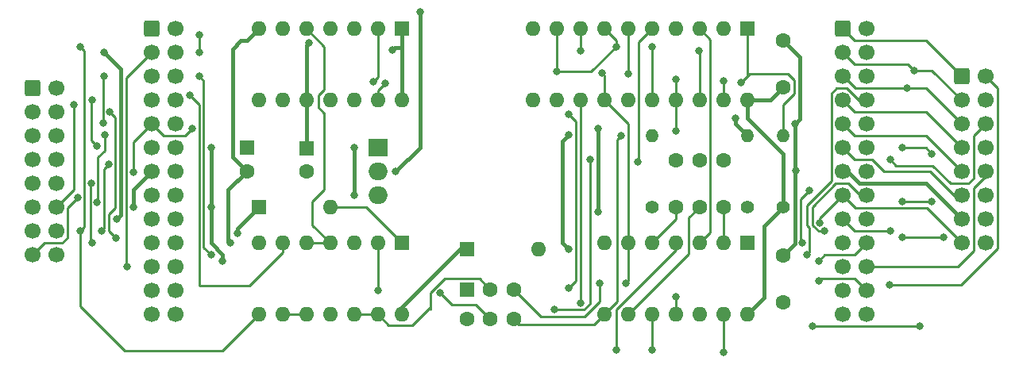
<source format=gbr>
%TF.GenerationSoftware,KiCad,Pcbnew,7.0.8-7.0.8~ubuntu23.04.1*%
%TF.CreationDate,2023-10-12T07:19:43+02:00*%
%TF.ProjectId,databoard_5048,64617461-626f-4617-9264-5f353034382e,rev?*%
%TF.SameCoordinates,Original*%
%TF.FileFunction,Copper,L1,Top*%
%TF.FilePolarity,Positive*%
%FSLAX46Y46*%
G04 Gerber Fmt 4.6, Leading zero omitted, Abs format (unit mm)*
G04 Created by KiCad (PCBNEW 7.0.8-7.0.8~ubuntu23.04.1) date 2023-10-12 07:19:43*
%MOMM*%
%LPD*%
G01*
G04 APERTURE LIST*
G04 Aperture macros list*
%AMRoundRect*
0 Rectangle with rounded corners*
0 $1 Rounding radius*
0 $2 $3 $4 $5 $6 $7 $8 $9 X,Y pos of 4 corners*
0 Add a 4 corners polygon primitive as box body*
4,1,4,$2,$3,$4,$5,$6,$7,$8,$9,$2,$3,0*
0 Add four circle primitives for the rounded corners*
1,1,$1+$1,$2,$3*
1,1,$1+$1,$4,$5*
1,1,$1+$1,$6,$7*
1,1,$1+$1,$8,$9*
0 Add four rect primitives between the rounded corners*
20,1,$1+$1,$2,$3,$4,$5,0*
20,1,$1+$1,$4,$5,$6,$7,0*
20,1,$1+$1,$6,$7,$8,$9,0*
20,1,$1+$1,$8,$9,$2,$3,0*%
G04 Aperture macros list end*
%TA.AperFunction,ComponentPad*%
%ADD10R,1.600000X1.600000*%
%TD*%
%TA.AperFunction,ComponentPad*%
%ADD11C,1.600000*%
%TD*%
%TA.AperFunction,ComponentPad*%
%ADD12R,2.000000X1.905000*%
%TD*%
%TA.AperFunction,ComponentPad*%
%ADD13O,2.000000X1.905000*%
%TD*%
%TA.AperFunction,ComponentPad*%
%ADD14O,1.600000X1.600000*%
%TD*%
%TA.AperFunction,ComponentPad*%
%ADD15C,1.400000*%
%TD*%
%TA.AperFunction,ComponentPad*%
%ADD16O,1.400000X1.400000*%
%TD*%
%TA.AperFunction,ComponentPad*%
%ADD17RoundRect,0.250000X-0.600000X-0.600000X0.600000X-0.600000X0.600000X0.600000X-0.600000X0.600000X0*%
%TD*%
%TA.AperFunction,ComponentPad*%
%ADD18C,1.700000*%
%TD*%
%TA.AperFunction,ViaPad*%
%ADD19C,0.800000*%
%TD*%
%TA.AperFunction,Conductor*%
%ADD20C,0.250000*%
%TD*%
%TA.AperFunction,Conductor*%
%ADD21C,0.400000*%
%TD*%
G04 APERTURE END LIST*
D10*
%TO.P,C1,1*%
%TO.N,+12V*%
X71120000Y-83820000D03*
D11*
%TO.P,C1,2*%
%TO.N,GND*%
X71120000Y-86320000D03*
%TD*%
D12*
%TO.P,U1,1,IN*%
%TO.N,+12V*%
X85090000Y-83820000D03*
D13*
%TO.P,U1,2,GND*%
%TO.N,GND*%
X85090000Y-86360000D03*
%TO.P,U1,3,OUT*%
%TO.N,+5V*%
X85090000Y-88900000D03*
%TD*%
D10*
%TO.P,U5,1,~{CLR}*%
%TO.N,Net-(U5A-~{CLR})*%
X124460000Y-71120000D03*
D14*
%TO.P,U5,2,J*%
%TO.N,Net-(U5A-J)*%
X121920000Y-71120000D03*
%TO.P,U5,3,C*%
%TO.N,Net-(U3A-OUT)*%
X119380000Y-71120000D03*
%TO.P,U5,4,K*%
%TO.N,Net-(U5A-J)*%
X116840000Y-71120000D03*
%TO.P,U5,5,Q*%
%TO.N,Net-(SW1B-A)*%
X114300000Y-71120000D03*
%TO.P,U5,6,Q*%
%TO.N,Net-(U5B-Q)*%
X111760000Y-71120000D03*
%TO.P,U5,7,K*%
%TO.N,Net-(U5B-J)*%
X109220000Y-71120000D03*
%TO.P,U5,8,C*%
%TO.N,Net-(U5B-C)*%
X106680000Y-71120000D03*
%TO.P,U5,9,J*%
%TO.N,Net-(U5B-J)*%
X104140000Y-71120000D03*
%TO.P,U5,10,GND*%
%TO.N,GND*%
X101600000Y-71120000D03*
%TO.P,U5,11,~{PRE}*%
%TO.N,Net-(U5A-~{CLR})*%
X101600000Y-78740000D03*
%TO.P,U5,12,J*%
%TO.N,Net-(U5C-J)*%
X104140000Y-78740000D03*
%TO.P,U5,13,C*%
%TO.N,Net-(U3D-OUT)*%
X106680000Y-78740000D03*
%TO.P,U5,14,K*%
%TO.N,Net-(SW1A-C)*%
X109220000Y-78740000D03*
%TO.P,U5,15,Q*%
%TO.N,Net-(SW1A-A)*%
X111760000Y-78740000D03*
%TO.P,U5,16,Q*%
%TO.N,Net-(U5B-J)*%
X114300000Y-78740000D03*
%TO.P,U5,17,K*%
%TO.N,Net-(SW1B-C)*%
X116840000Y-78740000D03*
%TO.P,U5,18,C*%
%TO.N,Net-(U5B-C)*%
X119380000Y-78740000D03*
%TO.P,U5,19,J*%
%TO.N,Net-(SW1B-C)*%
X121920000Y-78740000D03*
%TO.P,U5,20,VCC*%
%TO.N,+5V*%
X124460000Y-78740000D03*
%TD*%
D10*
%TO.P,D2,1,K*%
%TO.N,-12V*%
X72390000Y-90170000D03*
D14*
%TO.P,D2,2,A*%
%TO.N,Net-(D2-A)*%
X80010000Y-90170000D03*
%TD*%
D15*
%TO.P,R2,1*%
%TO.N,/3_+12V*%
X114300000Y-90170000D03*
D16*
%TO.P,R2,2*%
%TO.N,+12V*%
X114300000Y-82550000D03*
%TD*%
D10*
%TO.P,SW1,1,A*%
%TO.N,Net-(SW1A-A)*%
X94568000Y-98908000D03*
D11*
%TO.P,SW1,2,B*%
%TO.N,Net-(SW1A-B)*%
X97068000Y-98908000D03*
%TO.P,SW1,3,C*%
%TO.N,Net-(SW1A-C)*%
X99568000Y-98908000D03*
%TO.P,SW1,4,A*%
%TO.N,Net-(SW1B-A)*%
X94568000Y-102108000D03*
%TO.P,SW1,5,B*%
%TO.N,Net-(SW1B-B)*%
X97068000Y-102108000D03*
%TO.P,SW1,6,C*%
%TO.N,Net-(SW1B-C)*%
X99568000Y-102108000D03*
%TD*%
D15*
%TO.P,R1,1*%
%TO.N,+5V*%
X128270000Y-90170000D03*
D16*
%TO.P,R1,2*%
%TO.N,Net-(U5A-~{CLR})*%
X128270000Y-82550000D03*
%TD*%
D17*
%TO.P,J2,1,Pin_1*%
%TO.N,/1_1*%
X48260000Y-77470000D03*
D18*
%TO.P,J2,2,Pin_2*%
%TO.N,+12V*%
X50800000Y-77470000D03*
%TO.P,J2,3,Pin_3*%
%TO.N,/1_3*%
X48260000Y-80010000D03*
%TO.P,J2,4,Pin_4*%
%TO.N,-12V*%
X50800000Y-80010000D03*
%TO.P,J2,5,Pin_5*%
%TO.N,/1_5*%
X48260000Y-82550000D03*
%TO.P,J2,6,Pin_6*%
%TO.N,/1_6*%
X50800000Y-82550000D03*
%TO.P,J2,7,Pin_7*%
%TO.N,/1_7*%
X48260000Y-85090000D03*
%TO.P,J2,8,Pin_8*%
%TO.N,/1_8*%
X50800000Y-85090000D03*
%TO.P,J2,9,Pin_9*%
%TO.N,/1_9*%
X48260000Y-87630000D03*
%TO.P,J2,10,Pin_10*%
%TO.N,/1_10*%
X50800000Y-87630000D03*
%TO.P,J2,11,Pin_11*%
%TO.N,/1_11*%
X48260000Y-90170000D03*
%TO.P,J2,12,Pin_12*%
%TO.N,/1_12*%
X50800000Y-90170000D03*
%TO.P,J2,13,Pin_13*%
%TO.N,GND*%
X48260000Y-92710000D03*
%TO.P,J2,14,Pin_14*%
%TO.N,/1_14*%
X50800000Y-92710000D03*
%TO.P,J2,15,Pin_15*%
%TO.N,/1_15*%
X48260000Y-95250000D03*
%TO.P,J2,16,Pin_16*%
%TO.N,unconnected-(J2-Pin_16-Pad16)*%
X50800000Y-95250000D03*
%TD*%
D11*
%TO.P,C7,1*%
%TO.N,Net-(U3A-ENABLE)*%
X121920000Y-90130000D03*
%TO.P,C7,2*%
%TO.N,GND*%
X121920000Y-85130000D03*
%TD*%
D17*
%TO.P,J4,1,Pin_1*%
%TO.N,/1_1*%
X147320000Y-76200000D03*
D18*
%TO.P,J4,2,Pin_2*%
%TO.N,/3_+12V*%
X149860000Y-76200000D03*
%TO.P,J4,3,Pin_3*%
%TO.N,/3_3*%
X147320000Y-78740000D03*
%TO.P,J4,4,Pin_4*%
%TO.N,/3_4*%
X149860000Y-78740000D03*
%TO.P,J4,5,Pin_5*%
%TO.N,/3_5*%
X147320000Y-81280000D03*
%TO.P,J4,6,Pin_6*%
%TO.N,/1_6*%
X149860000Y-81280000D03*
%TO.P,J4,7,Pin_7*%
%TO.N,/1_7*%
X147320000Y-83820000D03*
%TO.P,J4,8,Pin_8*%
%TO.N,/1_8*%
X149860000Y-83820000D03*
%TO.P,J4,9,Pin_9*%
%TO.N,/1_9*%
X147320000Y-86360000D03*
%TO.P,J4,10,Pin_10*%
%TO.N,/1_10*%
X149860000Y-86360000D03*
%TO.P,J4,11,Pin_11*%
%TO.N,/1_11*%
X147320000Y-88900000D03*
%TO.P,J4,12,Pin_12*%
%TO.N,/3_12*%
X149860000Y-88900000D03*
%TO.P,J4,13,Pin_13*%
%TO.N,GND*%
X147320000Y-91440000D03*
%TO.P,J4,14,Pin_14*%
%TO.N,/3_14*%
X149860000Y-91440000D03*
%TO.P,J4,15,Pin_15*%
%TO.N,/1_15*%
X147320000Y-93980000D03*
%TO.P,J4,16,Pin_16*%
%TO.N,unconnected-(J4-Pin_16-Pad16)*%
X149860000Y-93980000D03*
%TD*%
D15*
%TO.P,R3,1*%
%TO.N,/3_4*%
X124460000Y-90170000D03*
D16*
%TO.P,R3,2*%
%TO.N,-12V*%
X124460000Y-82550000D03*
%TD*%
D10*
%TO.P,U3,1,E-*%
%TO.N,/3_12*%
X124460000Y-93980000D03*
D14*
%TO.P,U3,2,ENABLE*%
%TO.N,Net-(U3A-ENABLE)*%
X121920000Y-93980000D03*
%TO.P,U3,3,OUT*%
%TO.N,Net-(U3A-OUT)*%
X119380000Y-93980000D03*
%TO.P,U3,4,E-*%
%TO.N,/1_3*%
X116840000Y-93980000D03*
%TO.P,U3,5,ENABLE*%
%TO.N,Net-(U3B-ENABLE)*%
X114300000Y-93980000D03*
%TO.P,U3,6,OUT*%
%TO.N,Net-(SW1A-C)*%
X111760000Y-93980000D03*
%TO.P,U3,7,GND*%
%TO.N,GND*%
X109220000Y-93980000D03*
%TO.P,U3,8,OUT*%
%TO.N,Net-(SW1B-C)*%
X109220000Y-101600000D03*
%TO.P,U3,9,ENABLE*%
%TO.N,Net-(U3C-ENABLE)*%
X111760000Y-101600000D03*
%TO.P,U3,10,E-*%
%TO.N,/3_5*%
X114300000Y-101600000D03*
%TO.P,U3,11,OUT*%
%TO.N,Net-(U3D-OUT)*%
X116840000Y-101600000D03*
%TO.P,U3,12,ENABLE*%
%TO.N,Net-(U3D-ENABLE)*%
X119380000Y-101600000D03*
%TO.P,U3,13,E-*%
%TO.N,/3_14*%
X121920000Y-101600000D03*
%TO.P,U3,14,VCC*%
%TO.N,+5V*%
X124460000Y-101600000D03*
%TD*%
D10*
%TO.P,U2,1*%
%TO.N,+5V*%
X87635000Y-71130000D03*
D14*
%TO.P,U2,2*%
%TO.N,Net-(U2-Pad11)*%
X85095000Y-71130000D03*
%TO.P,U2,3*%
%TO.N,Net-(U5A-J)*%
X82555000Y-71130000D03*
%TO.P,U2,4*%
%TO.N,+5V*%
X80015000Y-71130000D03*
%TO.P,U2,5*%
%TO.N,Net-(U3A-OUT)*%
X77475000Y-71130000D03*
%TO.P,U2,6*%
%TO.N,Net-(U5B-C)*%
X74935000Y-71130000D03*
%TO.P,U2,7,GND*%
%TO.N,GND*%
X72395000Y-71130000D03*
%TO.P,U2,8*%
%TO.N,Net-(U5C-J)*%
X72395000Y-78750000D03*
%TO.P,U2,9*%
%TO.N,Net-(SW1A-C)*%
X74935000Y-78750000D03*
%TO.P,U2,10*%
%TO.N,+5V*%
X77475000Y-78750000D03*
%TO.P,U2,11*%
%TO.N,Net-(U2-Pad11)*%
X80015000Y-78750000D03*
%TO.P,U2,12*%
%TO.N,Net-(U5B-Q)*%
X82555000Y-78750000D03*
%TO.P,U2,13*%
%TO.N,Net-(U5B-J)*%
X85095000Y-78750000D03*
%TO.P,U2,14,VCC*%
%TO.N,+5V*%
X87635000Y-78750000D03*
%TD*%
D17*
%TO.P,J3,1,Pin_1*%
%TO.N,/1_1*%
X134620000Y-71120000D03*
D18*
%TO.P,J3,2,Pin_2*%
%TO.N,/2_2*%
X137160000Y-71120000D03*
%TO.P,J3,3,Pin_3*%
%TO.N,/3_3*%
X134620000Y-73660000D03*
%TO.P,J3,4,Pin_4*%
%TO.N,/3_14*%
X137160000Y-73660000D03*
%TO.P,J3,5,Pin_5*%
%TO.N,/3_5*%
X134620000Y-76200000D03*
%TO.P,J3,6,Pin_6*%
%TO.N,/2_6*%
X137160000Y-76200000D03*
%TO.P,J3,7,Pin_7*%
%TO.N,/1_7*%
X134620000Y-78740000D03*
%TO.P,J3,8,Pin_8*%
%TO.N,/3_12*%
X137160000Y-78740000D03*
%TO.P,J3,9,Pin_9*%
%TO.N,/1_9*%
X134620000Y-81280000D03*
%TO.P,J3,10,Pin_10*%
%TO.N,/2_10*%
X137160000Y-81280000D03*
%TO.P,J3,11,Pin_11*%
%TO.N,/1_11*%
X134620000Y-83820000D03*
%TO.P,J3,12,Pin_12*%
%TO.N,/2_12*%
X137160000Y-83820000D03*
%TO.P,J3,13,Pin_13*%
%TO.N,GND*%
X134620000Y-86360000D03*
%TO.P,J3,14,Pin_14*%
%TO.N,/1_6*%
X137160000Y-86360000D03*
%TO.P,J3,15,Pin_15*%
%TO.N,/1_15*%
X134620000Y-88900000D03*
%TO.P,J3,16,Pin_16*%
%TO.N,/2_16*%
X137160000Y-88900000D03*
%TO.P,J3,17,Pin_17*%
%TO.N,/3_+12V*%
X134620000Y-91440000D03*
%TO.P,J3,18,Pin_18*%
%TO.N,/1_8*%
X137160000Y-91440000D03*
%TO.P,J3,19,Pin_19*%
%TO.N,/3_4*%
X134620000Y-93980000D03*
%TO.P,J3,20,Pin_20*%
%TO.N,/2_20*%
X137160000Y-93980000D03*
%TO.P,J3,21,Pin_21*%
%TO.N,/2_21*%
X134620000Y-96520000D03*
%TO.P,J3,22,Pin_22*%
%TO.N,/1_10*%
X137160000Y-96520000D03*
%TO.P,J3,23,Pin_23*%
%TO.N,/2_23*%
X134620000Y-99060000D03*
%TO.P,J3,24,Pin_24*%
%TO.N,/2_24*%
X137160000Y-99060000D03*
%TO.P,J3,25,Pin_25*%
%TO.N,/2_25*%
X134620000Y-101600000D03*
%TO.P,J3,26,Pin_26*%
%TO.N,unconnected-(J3-Pin_26-Pad26)*%
X137160000Y-101600000D03*
%TD*%
D10*
%TO.P,C2,1*%
%TO.N,+5V*%
X77470000Y-83860000D03*
D11*
%TO.P,C2,2*%
%TO.N,GND*%
X77470000Y-86360000D03*
%TD*%
D17*
%TO.P,J1,1,Pin_1*%
%TO.N,/1_1*%
X60960000Y-71120000D03*
D18*
%TO.P,J1,2,Pin_2*%
%TO.N,/2_2*%
X63500000Y-71120000D03*
%TO.P,J1,3,Pin_3*%
%TO.N,/1_3*%
X60960000Y-73660000D03*
%TO.P,J1,4,Pin_4*%
%TO.N,/1_14*%
X63500000Y-73660000D03*
%TO.P,J1,5,Pin_5*%
%TO.N,/1_5*%
X60960000Y-76200000D03*
%TO.P,J1,6,Pin_6*%
%TO.N,/2_6*%
X63500000Y-76200000D03*
%TO.P,J1,7,Pin_7*%
%TO.N,/1_7*%
X60960000Y-78740000D03*
%TO.P,J1,8,Pin_8*%
%TO.N,/1_12*%
X63500000Y-78740000D03*
%TO.P,J1,9,Pin_9*%
%TO.N,/1_9*%
X60960000Y-81280000D03*
%TO.P,J1,10,Pin_10*%
%TO.N,/2_10*%
X63500000Y-81280000D03*
%TO.P,J1,11,Pin_11*%
%TO.N,/1_11*%
X60960000Y-83820000D03*
%TO.P,J1,12,Pin_12*%
%TO.N,/2_12*%
X63500000Y-83820000D03*
%TO.P,J1,13,Pin_13*%
%TO.N,GND*%
X60960000Y-86360000D03*
%TO.P,J1,14,Pin_14*%
%TO.N,/1_6*%
X63500000Y-86360000D03*
%TO.P,J1,15,Pin_15*%
%TO.N,/1_15*%
X60960000Y-88900000D03*
%TO.P,J1,16,Pin_16*%
%TO.N,/2_16*%
X63500000Y-88900000D03*
%TO.P,J1,17,Pin_17*%
%TO.N,+12V*%
X60960000Y-91440000D03*
%TO.P,J1,18,Pin_18*%
%TO.N,/1_8*%
X63500000Y-91440000D03*
%TO.P,J1,19,Pin_19*%
%TO.N,-12V*%
X60960000Y-93980000D03*
%TO.P,J1,20,Pin_20*%
%TO.N,/2_20*%
X63500000Y-93980000D03*
%TO.P,J1,21,Pin_21*%
%TO.N,/2_21*%
X60960000Y-96520000D03*
%TO.P,J1,22,Pin_22*%
%TO.N,/1_10*%
X63500000Y-96520000D03*
%TO.P,J1,23,Pin_23*%
%TO.N,/2_23*%
X60960000Y-99060000D03*
%TO.P,J1,24,Pin_24*%
%TO.N,/2_24*%
X63500000Y-99060000D03*
%TO.P,J1,25,Pin_25*%
%TO.N,/2_25*%
X60960000Y-101600000D03*
%TO.P,J1,26,Pin_26*%
%TO.N,unconnected-(J1-Pin_26-Pad26)*%
X63500000Y-101600000D03*
%TD*%
D11*
%TO.P,C5,1*%
%TO.N,Net-(U3D-ENABLE)*%
X128270000Y-100290000D03*
%TO.P,C5,2*%
%TO.N,GND*%
X128270000Y-95290000D03*
%TD*%
%TO.P,C6,1*%
%TO.N,Net-(U3C-ENABLE)*%
X119380000Y-90130000D03*
%TO.P,C6,2*%
%TO.N,GND*%
X119380000Y-85130000D03*
%TD*%
%TO.P,C3,1*%
%TO.N,+5V*%
X128270000Y-77390000D03*
%TO.P,C3,2*%
%TO.N,GND*%
X128270000Y-72390000D03*
%TD*%
%TO.P,C4,1*%
%TO.N,Net-(U3B-ENABLE)*%
X116840000Y-90130000D03*
%TO.P,C4,2*%
%TO.N,GND*%
X116840000Y-85130000D03*
%TD*%
D10*
%TO.P,U4,1,VDD-*%
%TO.N,Net-(D2-A)*%
X87630000Y-93980000D03*
D14*
%TO.P,U4,2*%
%TO.N,Net-(SW1B-B)*%
X85090000Y-93980000D03*
%TO.P,U4,3*%
%TO.N,/1_5*%
X82550000Y-93980000D03*
%TO.P,U4,4*%
%TO.N,Net-(U3A-OUT)*%
X80010000Y-93980000D03*
%TO.P,U4,5*%
X77470000Y-93980000D03*
%TO.P,U4,6*%
%TO.N,/1_12*%
X74930000Y-93980000D03*
%TO.P,U4,7,VSS*%
%TO.N,GND*%
X72390000Y-93980000D03*
%TO.P,U4,8*%
%TO.N,/1_14*%
X72390000Y-101600000D03*
%TO.P,U4,9*%
%TO.N,Net-(U3D-OUT)*%
X74930000Y-101600000D03*
%TO.P,U4,10*%
X77470000Y-101600000D03*
%TO.P,U4,11*%
%TO.N,/3_3*%
X80010000Y-101600000D03*
%TO.P,U4,12*%
%TO.N,Net-(SW1A-B)*%
X82550000Y-101600000D03*
%TO.P,U4,13*%
X85090000Y-101600000D03*
%TO.P,U4,14,VDD*%
%TO.N,Net-(D1-K)*%
X87630000Y-101600000D03*
%TD*%
D10*
%TO.P,D1,1,K*%
%TO.N,Net-(D1-K)*%
X94615000Y-94615000D03*
D14*
%TO.P,D1,2,A*%
%TO.N,+12V*%
X102235000Y-94615000D03*
%TD*%
D19*
%TO.N,GND*%
X69342000Y-93980000D03*
X129623594Y-86263829D03*
X59055000Y-90170000D03*
X89565969Y-69342000D03*
X129569500Y-81250512D03*
X86995000Y-86360000D03*
%TO.N,+12V*%
X105410000Y-82460000D03*
X55880000Y-73660000D03*
X67310000Y-90170000D03*
X68535291Y-95911000D03*
X67310000Y-83820000D03*
X57240000Y-91440004D03*
X105410000Y-94615000D03*
%TO.N,-12V*%
X108585000Y-90635000D03*
X56515000Y-80010000D03*
X123190000Y-80645000D03*
X108585000Y-81788000D03*
X57150000Y-93435000D03*
X70104000Y-92964000D03*
%TO.N,/1_1*%
X66040000Y-73660000D03*
X66040000Y-71755000D03*
%TO.N,/1_3*%
X110489990Y-105410000D03*
X58330000Y-96520000D03*
%TO.N,/1_14*%
X53340000Y-73025000D03*
X53340000Y-92710000D03*
%TO.N,/1_5*%
X67310000Y-95250000D03*
X55797515Y-81145283D03*
X66040000Y-76200000D03*
X55880000Y-76200000D03*
%TO.N,/1_7*%
X54610000Y-78740000D03*
X55148913Y-83640000D03*
%TO.N,/1_12*%
X52705000Y-79248000D03*
X65024000Y-78232000D03*
%TO.N,/1_9*%
X59058531Y-86420573D03*
X65278000Y-81788000D03*
%TO.N,/1_11*%
X55996352Y-82436828D03*
X55155000Y-89625000D03*
%TO.N,/1_6*%
X139700000Y-85090000D03*
%TO.N,/1_15*%
X132211113Y-91815808D03*
X53086000Y-89154000D03*
%TO.N,/2_16*%
X132715000Y-92710000D03*
%TO.N,/1_8*%
X144145000Y-84455000D03*
X140970000Y-83820000D03*
X56388000Y-85598000D03*
X55626002Y-92710000D03*
%TO.N,/2_20*%
X132080000Y-95885000D03*
%TO.N,/1_10*%
X54610000Y-93980000D03*
X54520000Y-87630000D03*
%TO.N,/2_24*%
X132080000Y-98044000D03*
%TO.N,/3_3*%
X142875000Y-102870000D03*
X131445000Y-102849000D03*
X142240000Y-75565000D03*
%TO.N,/3_14*%
X140970000Y-93345000D03*
X121920002Y-105664000D03*
X145415000Y-93345000D03*
%TO.N,/3_5*%
X114300000Y-105410000D03*
X141515000Y-77470000D03*
%TO.N,/3_12*%
X130810000Y-95250000D03*
%TO.N,/3_4*%
X140970000Y-89535000D03*
X130347325Y-93979300D03*
X131064000Y-88392000D03*
X144145000Y-89535000D03*
%TO.N,/3_+12V*%
X139610000Y-98425000D03*
X139700000Y-92710000D03*
%TO.N,+5V*%
X82550000Y-83820000D03*
X77724000Y-72644000D03*
X86614000Y-73406000D03*
X82550000Y-88900000D03*
%TO.N,Net-(U5A-~{CLR})*%
X123825000Y-76835000D03*
%TO.N,Net-(SW1A-C)*%
X108992641Y-75840000D03*
X108712000Y-98298000D03*
X111506000Y-98298000D03*
%TO.N,Net-(SW1B-C)*%
X116840000Y-82005000D03*
X116840000Y-76492000D03*
X111035000Y-82550000D03*
X121920000Y-76708000D03*
%TO.N,Net-(U3D-OUT)*%
X106720767Y-100367000D03*
X116840000Y-99695000D03*
%TO.N,Net-(SW1B-B)*%
X91698653Y-99318653D03*
X85090000Y-99060000D03*
%TO.N,Net-(SW1B-A)*%
X103886000Y-101092000D03*
X112776000Y-85344000D03*
X107696000Y-85090000D03*
%TO.N,Net-(U5B-Q)*%
X111760000Y-75946000D03*
%TO.N,Net-(U5B-J)*%
X110490000Y-73025000D03*
X114300000Y-73025000D03*
X104140000Y-75692000D03*
X85836968Y-76938031D03*
%TO.N,Net-(U5B-C)*%
X119307474Y-73495000D03*
X106680000Y-73443000D03*
%TO.N,Net-(SW1A-A)*%
X105410000Y-80264000D03*
X105410000Y-98806000D03*
%TO.N,Net-(U2-Pad11)*%
X84582000Y-76751000D03*
%TD*%
D20*
%TO.N,Net-(SW1B-C)*%
X109220000Y-101600000D02*
X110635000Y-100185000D01*
X110635000Y-100185000D02*
X110635000Y-82950000D01*
%TO.N,Net-(SW1B-A)*%
X107696000Y-85090000D02*
X107696000Y-100453892D01*
D21*
%TO.N,-12V*%
X108585000Y-81788000D02*
X108585000Y-90635000D01*
D20*
%TO.N,Net-(SW1B-A)*%
X107696000Y-100453892D02*
X107057892Y-101092000D01*
%TO.N,Net-(SW1B-C)*%
X110635000Y-82950000D02*
X111035000Y-82550000D01*
%TO.N,Net-(SW1B-A)*%
X107057892Y-101092000D02*
X103886000Y-101092000D01*
%TO.N,Net-(SW1A-A)*%
X105410000Y-98806000D02*
X106172000Y-98044000D01*
X106172000Y-98044000D02*
X106172000Y-81026000D01*
X106172000Y-81026000D02*
X105410000Y-80264000D01*
%TO.N,/1_14*%
X53340000Y-92710000D02*
X53340000Y-100720305D01*
X53340000Y-100720305D02*
X58119695Y-105500000D01*
X58119695Y-105500000D02*
X68490000Y-105500000D01*
X68490000Y-105500000D02*
X72390000Y-101600000D01*
%TO.N,/1_12*%
X74930000Y-93980000D02*
X74930000Y-94996000D01*
X74930000Y-94996000D02*
X71374000Y-98552000D01*
X71374000Y-98552000D02*
X66040000Y-98552000D01*
%TO.N,Net-(SW1A-B)*%
X90678000Y-100838000D02*
X90678000Y-99314001D01*
X90678000Y-101092000D02*
X90678000Y-100838000D01*
X90678000Y-100838000D02*
X88791000Y-102725000D01*
X88791000Y-102725000D02*
X86215000Y-102725000D01*
X86215000Y-102725000D02*
X85090000Y-101600000D01*
%TO.N,Net-(U3B-ENABLE)*%
X116840000Y-90130000D02*
X116840000Y-91440000D01*
X116840000Y-91440000D02*
X114300000Y-93980000D01*
D21*
%TO.N,GND*%
X136398000Y-87630000D02*
X143510000Y-87630000D01*
X130048000Y-74168000D02*
X130048000Y-80772012D01*
X71120000Y-86320000D02*
X69140000Y-88300000D01*
X143510000Y-87630000D02*
X147320000Y-91440000D01*
X129540000Y-94020000D02*
X129540000Y-86347423D01*
X86995000Y-86360000D02*
X89565969Y-83789031D01*
X89565969Y-83789031D02*
X89565969Y-69342000D01*
X128270000Y-72390000D02*
X130048000Y-74168000D01*
X60960000Y-86360000D02*
X59055000Y-88265000D01*
X128270000Y-95290000D02*
X129540000Y-94020000D01*
X129540000Y-86360000D02*
X129623594Y-86276406D01*
X70485000Y-72390000D02*
X69596000Y-73279000D01*
X72395000Y-71130000D02*
X71135000Y-72390000D01*
X134620000Y-86360000D02*
X135128000Y-86360000D01*
X129623594Y-86276406D02*
X129623594Y-86263829D01*
X129569500Y-81250512D02*
X129569500Y-86209735D01*
X71135000Y-72390000D02*
X70485000Y-72390000D01*
X135128000Y-86360000D02*
X136398000Y-87630000D01*
X69140000Y-93778000D02*
X69342000Y-93980000D01*
X69596000Y-84796000D02*
X71120000Y-86320000D01*
X69140000Y-88300000D02*
X69140000Y-93778000D01*
X129569500Y-86209735D02*
X129623594Y-86263829D01*
X129540000Y-86347423D02*
X129623594Y-86263829D01*
X69596000Y-73279000D02*
X69596000Y-84796000D01*
X130048000Y-80772012D02*
X129569500Y-81250512D01*
X59055000Y-88265000D02*
X59055000Y-90170000D01*
D20*
%TO.N,Net-(U3C-ENABLE)*%
X111760000Y-101600000D02*
X118255000Y-95105000D01*
X118255000Y-91255000D02*
X119380000Y-90130000D01*
X118255000Y-95105000D02*
X118255000Y-91255000D01*
%TO.N,Net-(U3A-ENABLE)*%
X121920000Y-90130000D02*
X121920000Y-93980000D01*
D21*
%TO.N,Net-(D1-K)*%
X87630000Y-100800000D02*
X93815000Y-94615000D01*
X93815000Y-94615000D02*
X94615000Y-94615000D01*
X87630000Y-101600000D02*
X87630000Y-100800000D01*
%TO.N,+12V*%
X67310000Y-90170000D02*
X67310000Y-93980000D01*
X57658000Y-75438000D02*
X57658000Y-91022004D01*
X55880000Y-73660000D02*
X57658000Y-75438000D01*
X67310000Y-93980000D02*
X68535291Y-95205291D01*
X57658000Y-91022004D02*
X57240000Y-91440004D01*
X104747000Y-83123000D02*
X105410000Y-82460000D01*
X104747000Y-93952000D02*
X104747000Y-83123000D01*
X105410000Y-94615000D02*
X104747000Y-93952000D01*
X67310000Y-83820000D02*
X67310000Y-90170000D01*
X68535291Y-95205291D02*
X68535291Y-95911000D01*
%TO.N,-12V*%
X70104000Y-92456000D02*
X70104000Y-92964000D01*
D20*
X56425000Y-92710000D02*
X57150000Y-93435000D01*
X57113000Y-80608000D02*
X57113000Y-90197695D01*
X56515000Y-80010000D02*
X57113000Y-80608000D01*
D21*
X72390000Y-90170000D02*
X70104000Y-92456000D01*
X123190000Y-81280000D02*
X123190000Y-80645000D01*
D20*
X56425000Y-90885695D02*
X56425000Y-92710000D01*
X57113000Y-90197695D02*
X56425000Y-90885695D01*
D21*
X124460000Y-82550000D02*
X123190000Y-81280000D01*
D20*
%TO.N,Net-(D2-A)*%
X83820000Y-90170000D02*
X87630000Y-93980000D01*
X80010000Y-90170000D02*
X83820000Y-90170000D01*
%TO.N,/1_1*%
X143510000Y-72390000D02*
X147320000Y-76200000D01*
X134620000Y-71120000D02*
X135890000Y-72390000D01*
X66040000Y-73660000D02*
X66040000Y-71755000D01*
X135890000Y-72390000D02*
X143510000Y-72390000D01*
%TO.N,/1_3*%
X116840000Y-93980000D02*
X116840000Y-94712061D01*
X58240000Y-96430000D02*
X58330000Y-96520000D01*
X116840000Y-94712061D02*
X110489990Y-101062071D01*
X110489990Y-101062071D02*
X110489990Y-105410000D01*
X60960000Y-73660000D02*
X58240000Y-76380000D01*
X58240000Y-76380000D02*
X58240000Y-96430000D01*
%TO.N,/1_14*%
X53811000Y-88853695D02*
X53811000Y-92239000D01*
X53790000Y-88832695D02*
X53811000Y-88853695D01*
X53811000Y-92239000D02*
X53340000Y-92710000D01*
X53790000Y-73475000D02*
X53790000Y-88832695D01*
X53340000Y-73025000D02*
X53790000Y-73475000D01*
%TO.N,/1_5*%
X55880000Y-76200000D02*
X55778261Y-76301739D01*
X66490000Y-76650000D02*
X66040000Y-76200000D01*
X55778261Y-76301739D02*
X55778261Y-81126029D01*
X67310000Y-95250000D02*
X66490000Y-94430000D01*
X55778261Y-81126029D02*
X55797515Y-81145283D01*
X66490000Y-94430000D02*
X66490000Y-76650000D01*
%TO.N,/1_7*%
X54520000Y-78830000D02*
X54520000Y-83011087D01*
X134620000Y-78740000D02*
X135890000Y-80010000D01*
X135890000Y-80010000D02*
X143510000Y-80010000D01*
X143510000Y-80010000D02*
X147320000Y-83820000D01*
X54610000Y-78740000D02*
X54520000Y-78830000D01*
X54520000Y-83011087D02*
X55148913Y-83640000D01*
%TO.N,/1_12*%
X65024000Y-78232000D02*
X66040000Y-79248000D01*
X66040000Y-79248000D02*
X66040000Y-98552000D01*
X52705000Y-88265000D02*
X50800000Y-90170000D01*
X52705000Y-79248000D02*
X52705000Y-88265000D01*
%TO.N,/1_9*%
X60960000Y-81280000D02*
X62230000Y-82550000D01*
X59058531Y-83181469D02*
X59058531Y-86420573D01*
X64516000Y-82550000D02*
X65278000Y-81788000D01*
X134620000Y-81280000D02*
X135890000Y-82550000D01*
X62230000Y-82550000D02*
X64516000Y-82550000D01*
X143510000Y-82550000D02*
X147320000Y-86360000D01*
X60960000Y-81280000D02*
X59058531Y-83181469D01*
X135890000Y-82550000D02*
X143510000Y-82550000D01*
%TO.N,/1_11*%
X143930000Y-86360000D02*
X146470000Y-88900000D01*
X55996352Y-82436828D02*
X55996352Y-84093953D01*
X137795000Y-85090000D02*
X139065000Y-86360000D01*
X134620000Y-83820000D02*
X135890000Y-85090000D01*
X55245000Y-84845305D02*
X55245000Y-89535000D01*
X146470000Y-88900000D02*
X147320000Y-88900000D01*
X55996352Y-84093953D02*
X55245000Y-84845305D01*
X135890000Y-85090000D02*
X137795000Y-85090000D01*
X139065000Y-86360000D02*
X143930000Y-86360000D01*
X55245000Y-89535000D02*
X55155000Y-89625000D01*
%TO.N,/1_6*%
X146155153Y-87630000D02*
X144250153Y-85725000D01*
X148590000Y-87058500D02*
X148018500Y-87630000D01*
X149860000Y-81280000D02*
X148590000Y-82550000D01*
X144250153Y-85725000D02*
X140335000Y-85725000D01*
X148590000Y-82550000D02*
X148590000Y-87058500D01*
X148018500Y-87630000D02*
X146155153Y-87630000D01*
X140335000Y-85725000D02*
X139700000Y-85090000D01*
%TO.N,/1_15*%
X134620000Y-88900000D02*
X132211113Y-91308887D01*
X48260000Y-95250000D02*
X49530000Y-93980000D01*
X135980000Y-90260000D02*
X143600000Y-90260000D01*
X49530000Y-93980000D02*
X51435000Y-93980000D01*
X51975000Y-93440000D02*
X51975000Y-90265000D01*
X143600000Y-90260000D02*
X147320000Y-93980000D01*
X132211113Y-91308887D02*
X132211113Y-91815808D01*
X51975000Y-90265000D02*
X53086000Y-89154000D01*
X51435000Y-93980000D02*
X51975000Y-93440000D01*
X134620000Y-88900000D02*
X135980000Y-90260000D01*
%TO.N,/2_16*%
X132715000Y-92710000D02*
X132080000Y-92710000D01*
X132080000Y-92710000D02*
X131445000Y-92075000D01*
X131445000Y-90101973D02*
X133916973Y-87630000D01*
X136525000Y-88900000D02*
X137160000Y-88900000D01*
X135255000Y-87630000D02*
X136525000Y-88900000D01*
X131445000Y-92075000D02*
X131445000Y-90101973D01*
X133916973Y-87630000D02*
X135255000Y-87630000D01*
%TO.N,/1_8*%
X143510000Y-83820000D02*
X144145000Y-84455000D01*
X55626002Y-92710000D02*
X55880000Y-92456002D01*
X55880000Y-92456002D02*
X55880000Y-86106000D01*
X55880000Y-86106000D02*
X56388000Y-85598000D01*
X140970000Y-83820000D02*
X143510000Y-83820000D01*
%TO.N,/2_20*%
X135890000Y-95250000D02*
X137160000Y-93980000D01*
X132080000Y-95885000D02*
X132715000Y-95250000D01*
X132715000Y-95250000D02*
X135890000Y-95250000D01*
%TO.N,/1_10*%
X149860000Y-86868000D02*
X148590000Y-88138000D01*
X54430000Y-87720000D02*
X54520000Y-87630000D01*
X54430000Y-93800000D02*
X54430000Y-87720000D01*
X148590000Y-94810027D02*
X146880027Y-96520000D01*
X149860000Y-86360000D02*
X149860000Y-86868000D01*
X146880027Y-96520000D02*
X137160000Y-96520000D01*
X54610000Y-93980000D02*
X54430000Y-93800000D01*
X148590000Y-88138000D02*
X148590000Y-94810027D01*
%TO.N,/2_24*%
X135890000Y-97790000D02*
X132334000Y-97790000D01*
X132334000Y-97790000D02*
X132080000Y-98044000D01*
X137160000Y-99060000D02*
X135890000Y-97790000D01*
%TO.N,/3_3*%
X142875000Y-102870000D02*
X131466000Y-102870000D01*
X135890000Y-74930000D02*
X141605000Y-74930000D01*
X141605000Y-74930000D02*
X142240000Y-75565000D01*
X142240000Y-75565000D02*
X144145000Y-75565000D01*
X131466000Y-102870000D02*
X131445000Y-102849000D01*
X144145000Y-75565000D02*
X147320000Y-78740000D01*
X134620000Y-73660000D02*
X135890000Y-74930000D01*
%TO.N,/3_14*%
X145415000Y-93345000D02*
X140970000Y-93345000D01*
X121920000Y-105663998D02*
X121920002Y-105664000D01*
X121920000Y-101600000D02*
X121920000Y-105663998D01*
%TO.N,/3_5*%
X114300000Y-101600000D02*
X114300000Y-105410000D01*
X136017000Y-77470000D02*
X141515000Y-77470000D01*
X134747000Y-76200000D02*
X136017000Y-77470000D01*
X143510000Y-77470000D02*
X141515000Y-77470000D01*
X147320000Y-81280000D02*
X143510000Y-77470000D01*
X134620000Y-76200000D02*
X134747000Y-76200000D01*
%TO.N,/3_12*%
X133445000Y-87336899D02*
X133445000Y-78010000D01*
X130810000Y-95250000D02*
X131072325Y-94987675D01*
X135040000Y-77470000D02*
X136310000Y-78740000D01*
X133445000Y-78010000D02*
X133985000Y-77470000D01*
X130810000Y-89971899D02*
X133445000Y-87336899D01*
X131072325Y-92337325D02*
X130810000Y-92075000D01*
X130810000Y-92075000D02*
X130810000Y-89971899D01*
X136310000Y-78740000D02*
X137160000Y-78740000D01*
X131072325Y-94987675D02*
X131072325Y-92337325D01*
X133985000Y-77470000D02*
X135040000Y-77470000D01*
%TO.N,/3_4*%
X130175000Y-89281000D02*
X131064000Y-88392000D01*
X144145000Y-89535000D02*
X140970000Y-89535000D01*
X130347325Y-93979300D02*
X130175000Y-93806975D01*
X130175000Y-93806975D02*
X130175000Y-89281000D01*
%TO.N,/3_+12V*%
X147261027Y-98425000D02*
X139610000Y-98425000D01*
X149860000Y-76200000D02*
X151130000Y-77470000D01*
X134620000Y-91440000D02*
X135890000Y-92710000D01*
X151130000Y-94556027D02*
X147261027Y-98425000D01*
X151130000Y-77470000D02*
X151130000Y-94556027D01*
X135890000Y-92710000D02*
X139700000Y-92710000D01*
D21*
%TO.N,+5V*%
X86868000Y-73152000D02*
X86614000Y-73406000D01*
X126920000Y-78740000D02*
X128270000Y-77390000D01*
X87635000Y-71130000D02*
X87635000Y-73152000D01*
X77475000Y-78750000D02*
X77475000Y-72893000D01*
X87635000Y-73152000D02*
X87635000Y-78750000D01*
X124460000Y-80645000D02*
X128270000Y-84455000D01*
X128270000Y-84455000D02*
X128270000Y-90170000D01*
X124460000Y-101600000D02*
X126238000Y-99822000D01*
X77475000Y-83855000D02*
X77470000Y-83860000D01*
X77475000Y-72893000D02*
X77724000Y-72644000D01*
X77475000Y-78750000D02*
X77475000Y-83855000D01*
X126238000Y-99822000D02*
X126238000Y-92202000D01*
X126238000Y-92202000D02*
X128270000Y-90170000D01*
X87635000Y-73152000D02*
X86868000Y-73152000D01*
X124460000Y-78740000D02*
X126920000Y-78740000D01*
X124460000Y-78740000D02*
X124460000Y-80645000D01*
X82550000Y-83820000D02*
X82550000Y-88900000D01*
D20*
%TO.N,Net-(U5A-~{CLR})*%
X128270000Y-82550000D02*
X128270000Y-79248000D01*
X128270000Y-79248000D02*
X129465000Y-78053000D01*
X124460000Y-76200000D02*
X124460000Y-71120000D01*
X124460000Y-76200000D02*
X123825000Y-76835000D01*
X128778000Y-75946000D02*
X124714000Y-75946000D01*
X124714000Y-75946000D02*
X124460000Y-76200000D01*
X129465000Y-78053000D02*
X129465000Y-76633000D01*
X129465000Y-76633000D02*
X128778000Y-75946000D01*
%TO.N,Net-(U3A-OUT)*%
X120505000Y-92855000D02*
X120505000Y-72245000D01*
X78105000Y-92075000D02*
X80010000Y-93980000D01*
X119380000Y-93980000D02*
X120505000Y-92855000D01*
X79375000Y-80137000D02*
X79375000Y-88265000D01*
X78740000Y-78232000D02*
X78740000Y-79502000D01*
X78740000Y-79502000D02*
X79375000Y-80137000D01*
X120505000Y-72245000D02*
X119380000Y-71120000D01*
X79375000Y-73030000D02*
X79375000Y-77597000D01*
X79375000Y-88265000D02*
X78105000Y-89535000D01*
X79375000Y-77597000D02*
X78740000Y-78232000D01*
X77475000Y-71130000D02*
X79375000Y-73030000D01*
X78105000Y-89535000D02*
X78105000Y-92075000D01*
X80010000Y-93980000D02*
X77470000Y-93980000D01*
%TO.N,Net-(SW1A-C)*%
X111760000Y-81280000D02*
X109220000Y-78740000D01*
X111506000Y-98298000D02*
X111760000Y-98044000D01*
X102477000Y-101817000D02*
X107099396Y-101817000D01*
X109220000Y-76067359D02*
X108992641Y-75840000D01*
X108712000Y-100204396D02*
X108712000Y-98298000D01*
X107099396Y-101817000D02*
X108712000Y-100204396D01*
X111760000Y-93980000D02*
X111760000Y-81280000D01*
X109220000Y-78740000D02*
X109220000Y-76067359D01*
X111760000Y-98044000D02*
X111760000Y-93980000D01*
X99568000Y-98908000D02*
X102477000Y-101817000D01*
%TO.N,Net-(SW1B-C)*%
X116840000Y-78740000D02*
X116840000Y-82005000D01*
X99568000Y-102108000D02*
X100130129Y-102670129D01*
X121920000Y-78740000D02*
X121920000Y-76708000D01*
X100130129Y-102670129D02*
X108149871Y-102670129D01*
X116840000Y-78740000D02*
X116840000Y-76492000D01*
X108149871Y-102670129D02*
X109220000Y-101600000D01*
%TO.N,Net-(U3D-OUT)*%
X106680000Y-100326233D02*
X106720767Y-100367000D01*
X116840000Y-101600000D02*
X116840000Y-99695000D01*
X106680000Y-78740000D02*
X106680000Y-100326233D01*
X77470000Y-101600000D02*
X74930000Y-101600000D01*
%TO.N,Net-(SW1B-B)*%
X92964000Y-100584000D02*
X91698653Y-99318653D01*
X95544000Y-100584000D02*
X92964000Y-100584000D01*
X97068000Y-102108000D02*
X95544000Y-100584000D01*
X85090000Y-99060000D02*
X85090000Y-93980000D01*
%TO.N,Net-(SW1A-B)*%
X92209001Y-97783000D02*
X95943000Y-97783000D01*
X95943000Y-97783000D02*
X97068000Y-98908000D01*
X85090000Y-101600000D02*
X82550000Y-101600000D01*
X90678000Y-99314001D02*
X92209001Y-97783000D01*
%TO.N,Net-(SW1B-A)*%
X112885000Y-85235000D02*
X112776000Y-85344000D01*
X112885000Y-72535000D02*
X112885000Y-85235000D01*
X114300000Y-71120000D02*
X112885000Y-72535000D01*
%TO.N,Net-(U5B-Q)*%
X111760000Y-71120000D02*
X111760000Y-75946000D01*
%TO.N,Net-(U5B-J)*%
X104140000Y-71120000D02*
X104140000Y-75692000D01*
X110490000Y-72390000D02*
X110490000Y-73025000D01*
X107823000Y-75692000D02*
X110490000Y-73025000D01*
X85095000Y-77679999D02*
X85836968Y-76938031D01*
X114300000Y-78740000D02*
X114300000Y-73025000D01*
X104140000Y-75692000D02*
X107823000Y-75692000D01*
X85095000Y-78750000D02*
X85095000Y-77679999D01*
X109220000Y-71120000D02*
X110490000Y-72390000D01*
%TO.N,Net-(U5B-C)*%
X119380000Y-78740000D02*
X119380000Y-73567526D01*
X106680000Y-71120000D02*
X106680000Y-73443000D01*
X119380000Y-73567526D02*
X119307474Y-73495000D01*
%TO.N,Net-(U2-Pad11)*%
X85095000Y-71130000D02*
X85095000Y-76238000D01*
X85095000Y-76238000D02*
X84582000Y-76751000D01*
%TD*%
M02*

</source>
